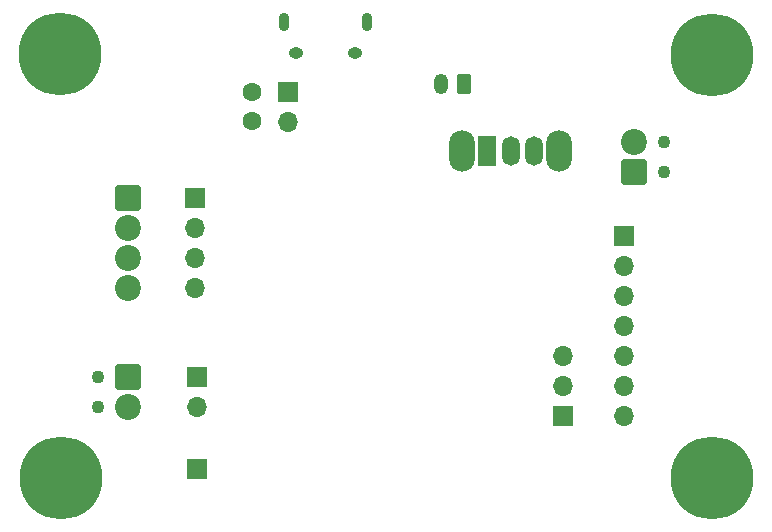
<source format=gbr>
%TF.GenerationSoftware,KiCad,Pcbnew,9.0.0-rc3*%
%TF.CreationDate,2025-02-21T17:02:01-08:00*%
%TF.ProjectId,LTC3556_v2.4,4c544333-3535-4365-9f76-322e342e6b69,rev?*%
%TF.SameCoordinates,Original*%
%TF.FileFunction,Soldermask,Bot*%
%TF.FilePolarity,Negative*%
%FSLAX46Y46*%
G04 Gerber Fmt 4.6, Leading zero omitted, Abs format (unit mm)*
G04 Created by KiCad (PCBNEW 9.0.0-rc3) date 2025-02-21 17:02:01*
%MOMM*%
%LPD*%
G01*
G04 APERTURE LIST*
G04 Aperture macros list*
%AMRoundRect*
0 Rectangle with rounded corners*
0 $1 Rounding radius*
0 $2 $3 $4 $5 $6 $7 $8 $9 X,Y pos of 4 corners*
0 Add a 4 corners polygon primitive as box body*
4,1,4,$2,$3,$4,$5,$6,$7,$8,$9,$2,$3,0*
0 Add four circle primitives for the rounded corners*
1,1,$1+$1,$2,$3*
1,1,$1+$1,$4,$5*
1,1,$1+$1,$6,$7*
1,1,$1+$1,$8,$9*
0 Add four rect primitives between the rounded corners*
20,1,$1+$1,$2,$3,$4,$5,0*
20,1,$1+$1,$4,$5,$6,$7,0*
20,1,$1+$1,$6,$7,$8,$9,0*
20,1,$1+$1,$8,$9,$2,$3,0*%
G04 Aperture macros list end*
%ADD10C,1.100000*%
%ADD11RoundRect,0.249999X-0.850001X0.850001X-0.850001X-0.850001X0.850001X-0.850001X0.850001X0.850001X0*%
%ADD12C,2.200000*%
%ADD13R,1.700000X1.700000*%
%ADD14O,1.700000X1.700000*%
%ADD15C,3.900000*%
%ADD16C,7.000000*%
%ADD17O,0.890000X1.550000*%
%ADD18O,1.250000X0.950000*%
%ADD19C,1.600000*%
%ADD20O,2.200000X3.500000*%
%ADD21R,1.500000X2.500000*%
%ADD22O,1.500000X2.500000*%
%ADD23RoundRect,0.249999X0.850001X-0.850001X0.850001X0.850001X-0.850001X0.850001X-0.850001X-0.850001X0*%
%ADD24RoundRect,0.250000X0.350000X0.625000X-0.350000X0.625000X-0.350000X-0.625000X0.350000X-0.625000X0*%
%ADD25O,1.200000X1.750000*%
G04 APERTURE END LIST*
D10*
%TO.C,J18*%
X116540000Y-111020000D03*
X116540000Y-113560000D03*
D11*
X119080000Y-111020000D03*
D12*
X119080000Y-113560000D03*
%TD*%
D13*
%TO.C,J19*%
X132620000Y-86825000D03*
D14*
X132620000Y-89365000D03*
%TD*%
D15*
%TO.C,H4*%
X168580000Y-119540000D03*
D16*
X168580000Y-119540000D03*
%TD*%
D15*
%TO.C,H1*%
X113320000Y-83647500D03*
D16*
X113320000Y-83647500D03*
%TD*%
D13*
%TO.C,J23*%
X124755000Y-95830000D03*
D14*
X124755000Y-98370000D03*
X124755000Y-100910000D03*
X124755000Y-103450000D03*
%TD*%
D13*
%TO.C,J24*%
X124905000Y-111020000D03*
D14*
X124905000Y-113560000D03*
%TD*%
D13*
%TO.C,J13*%
X155940000Y-114255000D03*
D14*
X155940000Y-111715000D03*
X155940000Y-109175000D03*
%TD*%
D17*
%TO.C,J1*%
X139350000Y-80894400D03*
D18*
X138350000Y-83594400D03*
X133350000Y-83594400D03*
D17*
X132350000Y-80894400D03*
%TD*%
D19*
%TO.C,TH1*%
X129590000Y-86825000D03*
X129590000Y-89325000D03*
%TD*%
D15*
%TO.C,H2*%
X168580000Y-83720000D03*
D16*
X168580000Y-83720000D03*
%TD*%
D13*
%TO.C,J14*%
X124905000Y-118760000D03*
%TD*%
D20*
%TO.C,SW1*%
X147390000Y-91867500D03*
X155590000Y-91867500D03*
D21*
X149490000Y-91867500D03*
D22*
X151490000Y-91867500D03*
X153490000Y-91867500D03*
%TD*%
D10*
%TO.C,J21*%
X164465000Y-93662500D03*
X164465000Y-91122500D03*
D23*
X161925000Y-93662500D03*
D12*
X161925000Y-91122500D03*
%TD*%
D13*
%TO.C,J22*%
X161130000Y-99070000D03*
D14*
X161130000Y-101610000D03*
X161130000Y-104150000D03*
X161130000Y-106690000D03*
X161130000Y-109230000D03*
X161130000Y-111770000D03*
X161130000Y-114310000D03*
%TD*%
D11*
%TO.C,J20*%
X119080000Y-95830000D03*
D12*
X119080000Y-98370000D03*
X119080000Y-100910000D03*
X119080000Y-103450000D03*
%TD*%
D24*
%TO.C,J12*%
X147577500Y-86190000D03*
D25*
X145577500Y-86190000D03*
%TD*%
D15*
%TO.C,H3*%
X113407500Y-119505000D03*
D16*
X113407500Y-119505000D03*
%TD*%
M02*

</source>
